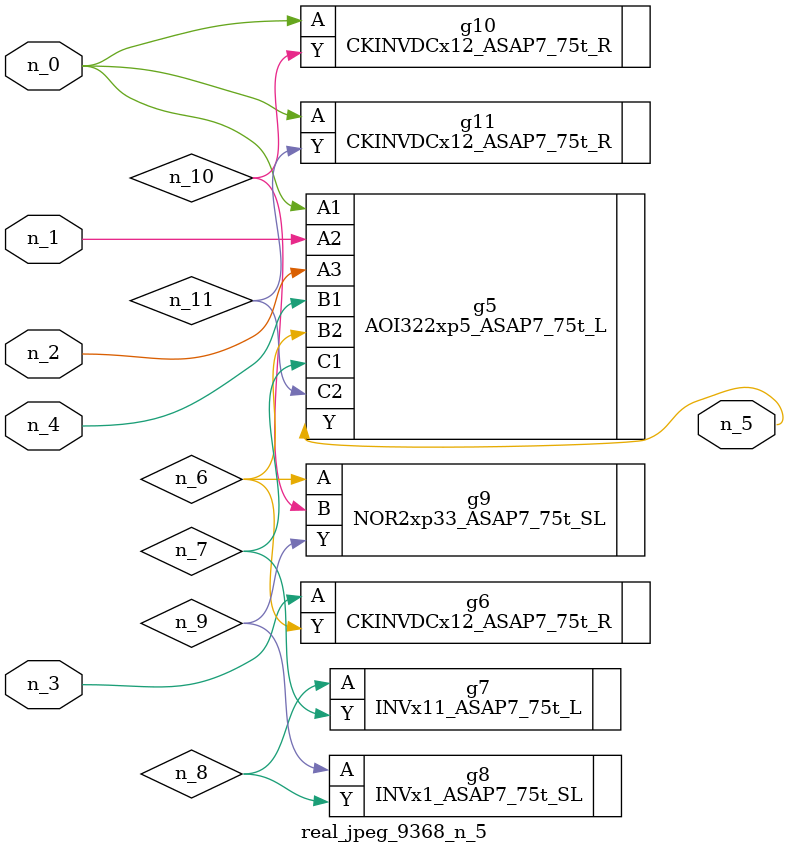
<source format=v>
module real_jpeg_9368_n_5 (n_4, n_0, n_1, n_2, n_3, n_5);

input n_4;
input n_0;
input n_1;
input n_2;
input n_3;

output n_5;

wire n_8;
wire n_11;
wire n_6;
wire n_7;
wire n_10;
wire n_9;

AOI322xp5_ASAP7_75t_L g5 ( 
.A1(n_0),
.A2(n_1),
.A3(n_2),
.B1(n_4),
.B2(n_6),
.C1(n_7),
.C2(n_11),
.Y(n_5)
);

CKINVDCx12_ASAP7_75t_R g10 ( 
.A(n_0),
.Y(n_10)
);

CKINVDCx12_ASAP7_75t_R g11 ( 
.A(n_0),
.Y(n_11)
);

CKINVDCx12_ASAP7_75t_R g6 ( 
.A(n_3),
.Y(n_6)
);

NOR2xp33_ASAP7_75t_SL g9 ( 
.A(n_6),
.B(n_10),
.Y(n_9)
);

INVx11_ASAP7_75t_L g7 ( 
.A(n_8),
.Y(n_7)
);

INVx1_ASAP7_75t_SL g8 ( 
.A(n_9),
.Y(n_8)
);


endmodule
</source>
